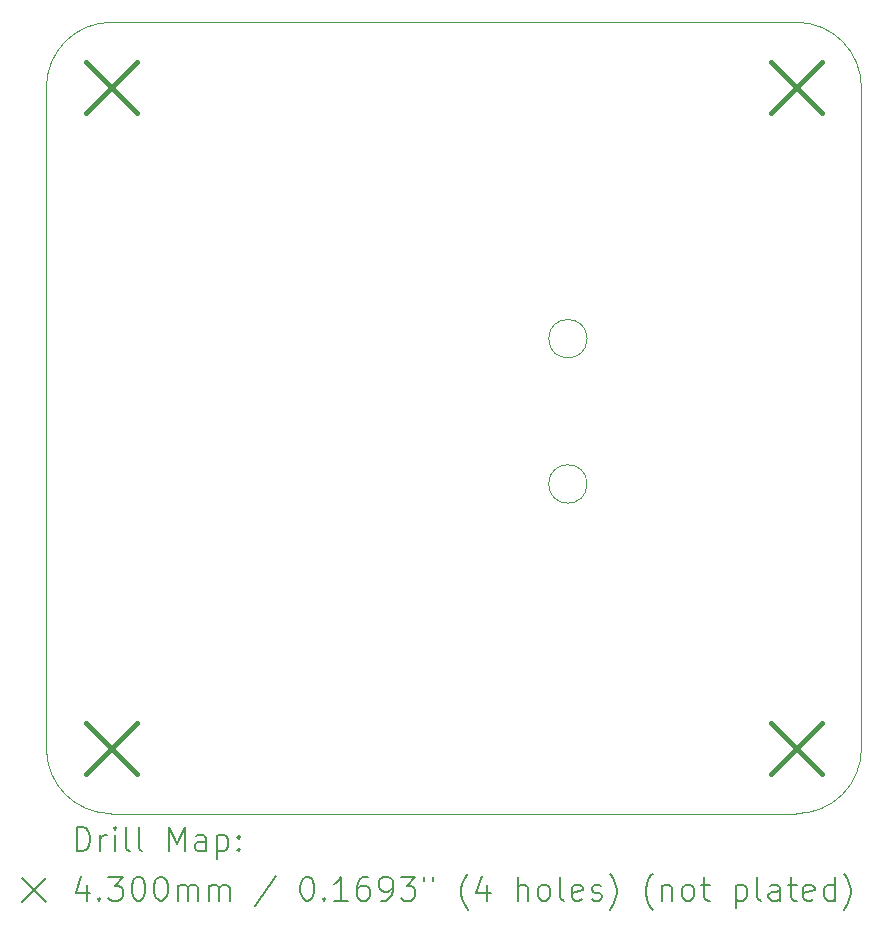
<source format=gbr>
%TF.GenerationSoftware,KiCad,Pcbnew,8.0.2-1*%
%TF.CreationDate,2025-01-08T00:28:11-08:00*%
%TF.ProjectId,rocket2-load-cell,726f636b-6574-4322-9d6c-6f61642d6365,rev?*%
%TF.SameCoordinates,Original*%
%TF.FileFunction,Drillmap*%
%TF.FilePolarity,Positive*%
%FSLAX45Y45*%
G04 Gerber Fmt 4.5, Leading zero omitted, Abs format (unit mm)*
G04 Created by KiCad (PCBNEW 8.0.2-1) date 2025-01-08 00:28:11*
%MOMM*%
%LPD*%
G01*
G04 APERTURE LIST*
%ADD10C,0.100000*%
%ADD11C,0.200000*%
%ADD12C,0.430000*%
G04 APERTURE END LIST*
D10*
X18400000Y-8200000D02*
X12600000Y-8200000D01*
X12050000Y-8750000D02*
X12050000Y-14350000D01*
X18950000Y-8750000D02*
X18950000Y-14350000D01*
X18400000Y-8200000D02*
G75*
G02*
X18950000Y-8750000I0J-550000D01*
G01*
X18950000Y-14350000D02*
G75*
G02*
X18400000Y-14900000I-550000J0D01*
G01*
X12600000Y-14900000D02*
X18400000Y-14900000D01*
X12050000Y-8750000D02*
G75*
G02*
X12600000Y-8200000I550000J0D01*
G01*
X12600000Y-14900000D02*
G75*
G02*
X12050000Y-14350000I0J550000D01*
G01*
X16627500Y-12109000D02*
G75*
G02*
X16302500Y-12109000I-162500J0D01*
G01*
X16302500Y-12109000D02*
G75*
G02*
X16627500Y-12109000I162500J0D01*
G01*
X16627500Y-10879000D02*
G75*
G02*
X16302500Y-10879000I-162500J0D01*
G01*
X16302500Y-10879000D02*
G75*
G02*
X16627500Y-10879000I162500J0D01*
G01*
D11*
D12*
X12385000Y-8535000D02*
X12815000Y-8965000D01*
X12815000Y-8535000D02*
X12385000Y-8965000D01*
X12385000Y-14135000D02*
X12815000Y-14565000D01*
X12815000Y-14135000D02*
X12385000Y-14565000D01*
X18185000Y-8535000D02*
X18615000Y-8965000D01*
X18615000Y-8535000D02*
X18185000Y-8965000D01*
X18185000Y-14135000D02*
X18615000Y-14565000D01*
X18615000Y-14135000D02*
X18185000Y-14565000D01*
D11*
X12305777Y-15216484D02*
X12305777Y-15016484D01*
X12305777Y-15016484D02*
X12353396Y-15016484D01*
X12353396Y-15016484D02*
X12381967Y-15026008D01*
X12381967Y-15026008D02*
X12401015Y-15045055D01*
X12401015Y-15045055D02*
X12410539Y-15064103D01*
X12410539Y-15064103D02*
X12420062Y-15102198D01*
X12420062Y-15102198D02*
X12420062Y-15130769D01*
X12420062Y-15130769D02*
X12410539Y-15168865D01*
X12410539Y-15168865D02*
X12401015Y-15187912D01*
X12401015Y-15187912D02*
X12381967Y-15206960D01*
X12381967Y-15206960D02*
X12353396Y-15216484D01*
X12353396Y-15216484D02*
X12305777Y-15216484D01*
X12505777Y-15216484D02*
X12505777Y-15083150D01*
X12505777Y-15121246D02*
X12515301Y-15102198D01*
X12515301Y-15102198D02*
X12524824Y-15092674D01*
X12524824Y-15092674D02*
X12543872Y-15083150D01*
X12543872Y-15083150D02*
X12562920Y-15083150D01*
X12629586Y-15216484D02*
X12629586Y-15083150D01*
X12629586Y-15016484D02*
X12620062Y-15026008D01*
X12620062Y-15026008D02*
X12629586Y-15035531D01*
X12629586Y-15035531D02*
X12639110Y-15026008D01*
X12639110Y-15026008D02*
X12629586Y-15016484D01*
X12629586Y-15016484D02*
X12629586Y-15035531D01*
X12753396Y-15216484D02*
X12734348Y-15206960D01*
X12734348Y-15206960D02*
X12724824Y-15187912D01*
X12724824Y-15187912D02*
X12724824Y-15016484D01*
X12858158Y-15216484D02*
X12839110Y-15206960D01*
X12839110Y-15206960D02*
X12829586Y-15187912D01*
X12829586Y-15187912D02*
X12829586Y-15016484D01*
X13086729Y-15216484D02*
X13086729Y-15016484D01*
X13086729Y-15016484D02*
X13153396Y-15159341D01*
X13153396Y-15159341D02*
X13220062Y-15016484D01*
X13220062Y-15016484D02*
X13220062Y-15216484D01*
X13401015Y-15216484D02*
X13401015Y-15111722D01*
X13401015Y-15111722D02*
X13391491Y-15092674D01*
X13391491Y-15092674D02*
X13372443Y-15083150D01*
X13372443Y-15083150D02*
X13334348Y-15083150D01*
X13334348Y-15083150D02*
X13315301Y-15092674D01*
X13401015Y-15206960D02*
X13381967Y-15216484D01*
X13381967Y-15216484D02*
X13334348Y-15216484D01*
X13334348Y-15216484D02*
X13315301Y-15206960D01*
X13315301Y-15206960D02*
X13305777Y-15187912D01*
X13305777Y-15187912D02*
X13305777Y-15168865D01*
X13305777Y-15168865D02*
X13315301Y-15149817D01*
X13315301Y-15149817D02*
X13334348Y-15140293D01*
X13334348Y-15140293D02*
X13381967Y-15140293D01*
X13381967Y-15140293D02*
X13401015Y-15130769D01*
X13496253Y-15083150D02*
X13496253Y-15283150D01*
X13496253Y-15092674D02*
X13515301Y-15083150D01*
X13515301Y-15083150D02*
X13553396Y-15083150D01*
X13553396Y-15083150D02*
X13572443Y-15092674D01*
X13572443Y-15092674D02*
X13581967Y-15102198D01*
X13581967Y-15102198D02*
X13591491Y-15121246D01*
X13591491Y-15121246D02*
X13591491Y-15178388D01*
X13591491Y-15178388D02*
X13581967Y-15197436D01*
X13581967Y-15197436D02*
X13572443Y-15206960D01*
X13572443Y-15206960D02*
X13553396Y-15216484D01*
X13553396Y-15216484D02*
X13515301Y-15216484D01*
X13515301Y-15216484D02*
X13496253Y-15206960D01*
X13677205Y-15197436D02*
X13686729Y-15206960D01*
X13686729Y-15206960D02*
X13677205Y-15216484D01*
X13677205Y-15216484D02*
X13667682Y-15206960D01*
X13667682Y-15206960D02*
X13677205Y-15197436D01*
X13677205Y-15197436D02*
X13677205Y-15216484D01*
X13677205Y-15092674D02*
X13686729Y-15102198D01*
X13686729Y-15102198D02*
X13677205Y-15111722D01*
X13677205Y-15111722D02*
X13667682Y-15102198D01*
X13667682Y-15102198D02*
X13677205Y-15092674D01*
X13677205Y-15092674D02*
X13677205Y-15111722D01*
X11845000Y-15445000D02*
X12045000Y-15645000D01*
X12045000Y-15445000D02*
X11845000Y-15645000D01*
X12391491Y-15503150D02*
X12391491Y-15636484D01*
X12343872Y-15426960D02*
X12296253Y-15569817D01*
X12296253Y-15569817D02*
X12420062Y-15569817D01*
X12496253Y-15617436D02*
X12505777Y-15626960D01*
X12505777Y-15626960D02*
X12496253Y-15636484D01*
X12496253Y-15636484D02*
X12486729Y-15626960D01*
X12486729Y-15626960D02*
X12496253Y-15617436D01*
X12496253Y-15617436D02*
X12496253Y-15636484D01*
X12572443Y-15436484D02*
X12696253Y-15436484D01*
X12696253Y-15436484D02*
X12629586Y-15512674D01*
X12629586Y-15512674D02*
X12658158Y-15512674D01*
X12658158Y-15512674D02*
X12677205Y-15522198D01*
X12677205Y-15522198D02*
X12686729Y-15531722D01*
X12686729Y-15531722D02*
X12696253Y-15550769D01*
X12696253Y-15550769D02*
X12696253Y-15598388D01*
X12696253Y-15598388D02*
X12686729Y-15617436D01*
X12686729Y-15617436D02*
X12677205Y-15626960D01*
X12677205Y-15626960D02*
X12658158Y-15636484D01*
X12658158Y-15636484D02*
X12601015Y-15636484D01*
X12601015Y-15636484D02*
X12581967Y-15626960D01*
X12581967Y-15626960D02*
X12572443Y-15617436D01*
X12820062Y-15436484D02*
X12839110Y-15436484D01*
X12839110Y-15436484D02*
X12858158Y-15446008D01*
X12858158Y-15446008D02*
X12867682Y-15455531D01*
X12867682Y-15455531D02*
X12877205Y-15474579D01*
X12877205Y-15474579D02*
X12886729Y-15512674D01*
X12886729Y-15512674D02*
X12886729Y-15560293D01*
X12886729Y-15560293D02*
X12877205Y-15598388D01*
X12877205Y-15598388D02*
X12867682Y-15617436D01*
X12867682Y-15617436D02*
X12858158Y-15626960D01*
X12858158Y-15626960D02*
X12839110Y-15636484D01*
X12839110Y-15636484D02*
X12820062Y-15636484D01*
X12820062Y-15636484D02*
X12801015Y-15626960D01*
X12801015Y-15626960D02*
X12791491Y-15617436D01*
X12791491Y-15617436D02*
X12781967Y-15598388D01*
X12781967Y-15598388D02*
X12772443Y-15560293D01*
X12772443Y-15560293D02*
X12772443Y-15512674D01*
X12772443Y-15512674D02*
X12781967Y-15474579D01*
X12781967Y-15474579D02*
X12791491Y-15455531D01*
X12791491Y-15455531D02*
X12801015Y-15446008D01*
X12801015Y-15446008D02*
X12820062Y-15436484D01*
X13010539Y-15436484D02*
X13029586Y-15436484D01*
X13029586Y-15436484D02*
X13048634Y-15446008D01*
X13048634Y-15446008D02*
X13058158Y-15455531D01*
X13058158Y-15455531D02*
X13067682Y-15474579D01*
X13067682Y-15474579D02*
X13077205Y-15512674D01*
X13077205Y-15512674D02*
X13077205Y-15560293D01*
X13077205Y-15560293D02*
X13067682Y-15598388D01*
X13067682Y-15598388D02*
X13058158Y-15617436D01*
X13058158Y-15617436D02*
X13048634Y-15626960D01*
X13048634Y-15626960D02*
X13029586Y-15636484D01*
X13029586Y-15636484D02*
X13010539Y-15636484D01*
X13010539Y-15636484D02*
X12991491Y-15626960D01*
X12991491Y-15626960D02*
X12981967Y-15617436D01*
X12981967Y-15617436D02*
X12972443Y-15598388D01*
X12972443Y-15598388D02*
X12962920Y-15560293D01*
X12962920Y-15560293D02*
X12962920Y-15512674D01*
X12962920Y-15512674D02*
X12972443Y-15474579D01*
X12972443Y-15474579D02*
X12981967Y-15455531D01*
X12981967Y-15455531D02*
X12991491Y-15446008D01*
X12991491Y-15446008D02*
X13010539Y-15436484D01*
X13162920Y-15636484D02*
X13162920Y-15503150D01*
X13162920Y-15522198D02*
X13172443Y-15512674D01*
X13172443Y-15512674D02*
X13191491Y-15503150D01*
X13191491Y-15503150D02*
X13220063Y-15503150D01*
X13220063Y-15503150D02*
X13239110Y-15512674D01*
X13239110Y-15512674D02*
X13248634Y-15531722D01*
X13248634Y-15531722D02*
X13248634Y-15636484D01*
X13248634Y-15531722D02*
X13258158Y-15512674D01*
X13258158Y-15512674D02*
X13277205Y-15503150D01*
X13277205Y-15503150D02*
X13305777Y-15503150D01*
X13305777Y-15503150D02*
X13324824Y-15512674D01*
X13324824Y-15512674D02*
X13334348Y-15531722D01*
X13334348Y-15531722D02*
X13334348Y-15636484D01*
X13429586Y-15636484D02*
X13429586Y-15503150D01*
X13429586Y-15522198D02*
X13439110Y-15512674D01*
X13439110Y-15512674D02*
X13458158Y-15503150D01*
X13458158Y-15503150D02*
X13486729Y-15503150D01*
X13486729Y-15503150D02*
X13505777Y-15512674D01*
X13505777Y-15512674D02*
X13515301Y-15531722D01*
X13515301Y-15531722D02*
X13515301Y-15636484D01*
X13515301Y-15531722D02*
X13524824Y-15512674D01*
X13524824Y-15512674D02*
X13543872Y-15503150D01*
X13543872Y-15503150D02*
X13572443Y-15503150D01*
X13572443Y-15503150D02*
X13591491Y-15512674D01*
X13591491Y-15512674D02*
X13601015Y-15531722D01*
X13601015Y-15531722D02*
X13601015Y-15636484D01*
X13991491Y-15426960D02*
X13820063Y-15684103D01*
X14248634Y-15436484D02*
X14267682Y-15436484D01*
X14267682Y-15436484D02*
X14286729Y-15446008D01*
X14286729Y-15446008D02*
X14296253Y-15455531D01*
X14296253Y-15455531D02*
X14305777Y-15474579D01*
X14305777Y-15474579D02*
X14315301Y-15512674D01*
X14315301Y-15512674D02*
X14315301Y-15560293D01*
X14315301Y-15560293D02*
X14305777Y-15598388D01*
X14305777Y-15598388D02*
X14296253Y-15617436D01*
X14296253Y-15617436D02*
X14286729Y-15626960D01*
X14286729Y-15626960D02*
X14267682Y-15636484D01*
X14267682Y-15636484D02*
X14248634Y-15636484D01*
X14248634Y-15636484D02*
X14229586Y-15626960D01*
X14229586Y-15626960D02*
X14220063Y-15617436D01*
X14220063Y-15617436D02*
X14210539Y-15598388D01*
X14210539Y-15598388D02*
X14201015Y-15560293D01*
X14201015Y-15560293D02*
X14201015Y-15512674D01*
X14201015Y-15512674D02*
X14210539Y-15474579D01*
X14210539Y-15474579D02*
X14220063Y-15455531D01*
X14220063Y-15455531D02*
X14229586Y-15446008D01*
X14229586Y-15446008D02*
X14248634Y-15436484D01*
X14401015Y-15617436D02*
X14410539Y-15626960D01*
X14410539Y-15626960D02*
X14401015Y-15636484D01*
X14401015Y-15636484D02*
X14391491Y-15626960D01*
X14391491Y-15626960D02*
X14401015Y-15617436D01*
X14401015Y-15617436D02*
X14401015Y-15636484D01*
X14601015Y-15636484D02*
X14486729Y-15636484D01*
X14543872Y-15636484D02*
X14543872Y-15436484D01*
X14543872Y-15436484D02*
X14524825Y-15465055D01*
X14524825Y-15465055D02*
X14505777Y-15484103D01*
X14505777Y-15484103D02*
X14486729Y-15493627D01*
X14772444Y-15436484D02*
X14734348Y-15436484D01*
X14734348Y-15436484D02*
X14715301Y-15446008D01*
X14715301Y-15446008D02*
X14705777Y-15455531D01*
X14705777Y-15455531D02*
X14686729Y-15484103D01*
X14686729Y-15484103D02*
X14677206Y-15522198D01*
X14677206Y-15522198D02*
X14677206Y-15598388D01*
X14677206Y-15598388D02*
X14686729Y-15617436D01*
X14686729Y-15617436D02*
X14696253Y-15626960D01*
X14696253Y-15626960D02*
X14715301Y-15636484D01*
X14715301Y-15636484D02*
X14753396Y-15636484D01*
X14753396Y-15636484D02*
X14772444Y-15626960D01*
X14772444Y-15626960D02*
X14781967Y-15617436D01*
X14781967Y-15617436D02*
X14791491Y-15598388D01*
X14791491Y-15598388D02*
X14791491Y-15550769D01*
X14791491Y-15550769D02*
X14781967Y-15531722D01*
X14781967Y-15531722D02*
X14772444Y-15522198D01*
X14772444Y-15522198D02*
X14753396Y-15512674D01*
X14753396Y-15512674D02*
X14715301Y-15512674D01*
X14715301Y-15512674D02*
X14696253Y-15522198D01*
X14696253Y-15522198D02*
X14686729Y-15531722D01*
X14686729Y-15531722D02*
X14677206Y-15550769D01*
X14886729Y-15636484D02*
X14924825Y-15636484D01*
X14924825Y-15636484D02*
X14943872Y-15626960D01*
X14943872Y-15626960D02*
X14953396Y-15617436D01*
X14953396Y-15617436D02*
X14972444Y-15588865D01*
X14972444Y-15588865D02*
X14981967Y-15550769D01*
X14981967Y-15550769D02*
X14981967Y-15474579D01*
X14981967Y-15474579D02*
X14972444Y-15455531D01*
X14972444Y-15455531D02*
X14962920Y-15446008D01*
X14962920Y-15446008D02*
X14943872Y-15436484D01*
X14943872Y-15436484D02*
X14905777Y-15436484D01*
X14905777Y-15436484D02*
X14886729Y-15446008D01*
X14886729Y-15446008D02*
X14877206Y-15455531D01*
X14877206Y-15455531D02*
X14867682Y-15474579D01*
X14867682Y-15474579D02*
X14867682Y-15522198D01*
X14867682Y-15522198D02*
X14877206Y-15541246D01*
X14877206Y-15541246D02*
X14886729Y-15550769D01*
X14886729Y-15550769D02*
X14905777Y-15560293D01*
X14905777Y-15560293D02*
X14943872Y-15560293D01*
X14943872Y-15560293D02*
X14962920Y-15550769D01*
X14962920Y-15550769D02*
X14972444Y-15541246D01*
X14972444Y-15541246D02*
X14981967Y-15522198D01*
X15048634Y-15436484D02*
X15172444Y-15436484D01*
X15172444Y-15436484D02*
X15105777Y-15512674D01*
X15105777Y-15512674D02*
X15134348Y-15512674D01*
X15134348Y-15512674D02*
X15153396Y-15522198D01*
X15153396Y-15522198D02*
X15162920Y-15531722D01*
X15162920Y-15531722D02*
X15172444Y-15550769D01*
X15172444Y-15550769D02*
X15172444Y-15598388D01*
X15172444Y-15598388D02*
X15162920Y-15617436D01*
X15162920Y-15617436D02*
X15153396Y-15626960D01*
X15153396Y-15626960D02*
X15134348Y-15636484D01*
X15134348Y-15636484D02*
X15077206Y-15636484D01*
X15077206Y-15636484D02*
X15058158Y-15626960D01*
X15058158Y-15626960D02*
X15048634Y-15617436D01*
X15248634Y-15436484D02*
X15248634Y-15474579D01*
X15324825Y-15436484D02*
X15324825Y-15474579D01*
X15620063Y-15712674D02*
X15610539Y-15703150D01*
X15610539Y-15703150D02*
X15591491Y-15674579D01*
X15591491Y-15674579D02*
X15581968Y-15655531D01*
X15581968Y-15655531D02*
X15572444Y-15626960D01*
X15572444Y-15626960D02*
X15562920Y-15579341D01*
X15562920Y-15579341D02*
X15562920Y-15541246D01*
X15562920Y-15541246D02*
X15572444Y-15493627D01*
X15572444Y-15493627D02*
X15581968Y-15465055D01*
X15581968Y-15465055D02*
X15591491Y-15446008D01*
X15591491Y-15446008D02*
X15610539Y-15417436D01*
X15610539Y-15417436D02*
X15620063Y-15407912D01*
X15781968Y-15503150D02*
X15781968Y-15636484D01*
X15734348Y-15426960D02*
X15686729Y-15569817D01*
X15686729Y-15569817D02*
X15810539Y-15569817D01*
X16039110Y-15636484D02*
X16039110Y-15436484D01*
X16124825Y-15636484D02*
X16124825Y-15531722D01*
X16124825Y-15531722D02*
X16115301Y-15512674D01*
X16115301Y-15512674D02*
X16096253Y-15503150D01*
X16096253Y-15503150D02*
X16067682Y-15503150D01*
X16067682Y-15503150D02*
X16048634Y-15512674D01*
X16048634Y-15512674D02*
X16039110Y-15522198D01*
X16248634Y-15636484D02*
X16229587Y-15626960D01*
X16229587Y-15626960D02*
X16220063Y-15617436D01*
X16220063Y-15617436D02*
X16210539Y-15598388D01*
X16210539Y-15598388D02*
X16210539Y-15541246D01*
X16210539Y-15541246D02*
X16220063Y-15522198D01*
X16220063Y-15522198D02*
X16229587Y-15512674D01*
X16229587Y-15512674D02*
X16248634Y-15503150D01*
X16248634Y-15503150D02*
X16277206Y-15503150D01*
X16277206Y-15503150D02*
X16296253Y-15512674D01*
X16296253Y-15512674D02*
X16305777Y-15522198D01*
X16305777Y-15522198D02*
X16315301Y-15541246D01*
X16315301Y-15541246D02*
X16315301Y-15598388D01*
X16315301Y-15598388D02*
X16305777Y-15617436D01*
X16305777Y-15617436D02*
X16296253Y-15626960D01*
X16296253Y-15626960D02*
X16277206Y-15636484D01*
X16277206Y-15636484D02*
X16248634Y-15636484D01*
X16429587Y-15636484D02*
X16410539Y-15626960D01*
X16410539Y-15626960D02*
X16401015Y-15607912D01*
X16401015Y-15607912D02*
X16401015Y-15436484D01*
X16581968Y-15626960D02*
X16562920Y-15636484D01*
X16562920Y-15636484D02*
X16524825Y-15636484D01*
X16524825Y-15636484D02*
X16505777Y-15626960D01*
X16505777Y-15626960D02*
X16496253Y-15607912D01*
X16496253Y-15607912D02*
X16496253Y-15531722D01*
X16496253Y-15531722D02*
X16505777Y-15512674D01*
X16505777Y-15512674D02*
X16524825Y-15503150D01*
X16524825Y-15503150D02*
X16562920Y-15503150D01*
X16562920Y-15503150D02*
X16581968Y-15512674D01*
X16581968Y-15512674D02*
X16591491Y-15531722D01*
X16591491Y-15531722D02*
X16591491Y-15550769D01*
X16591491Y-15550769D02*
X16496253Y-15569817D01*
X16667682Y-15626960D02*
X16686730Y-15636484D01*
X16686730Y-15636484D02*
X16724825Y-15636484D01*
X16724825Y-15636484D02*
X16743872Y-15626960D01*
X16743872Y-15626960D02*
X16753396Y-15607912D01*
X16753396Y-15607912D02*
X16753396Y-15598388D01*
X16753396Y-15598388D02*
X16743872Y-15579341D01*
X16743872Y-15579341D02*
X16724825Y-15569817D01*
X16724825Y-15569817D02*
X16696253Y-15569817D01*
X16696253Y-15569817D02*
X16677206Y-15560293D01*
X16677206Y-15560293D02*
X16667682Y-15541246D01*
X16667682Y-15541246D02*
X16667682Y-15531722D01*
X16667682Y-15531722D02*
X16677206Y-15512674D01*
X16677206Y-15512674D02*
X16696253Y-15503150D01*
X16696253Y-15503150D02*
X16724825Y-15503150D01*
X16724825Y-15503150D02*
X16743872Y-15512674D01*
X16820063Y-15712674D02*
X16829587Y-15703150D01*
X16829587Y-15703150D02*
X16848634Y-15674579D01*
X16848634Y-15674579D02*
X16858158Y-15655531D01*
X16858158Y-15655531D02*
X16867682Y-15626960D01*
X16867682Y-15626960D02*
X16877206Y-15579341D01*
X16877206Y-15579341D02*
X16877206Y-15541246D01*
X16877206Y-15541246D02*
X16867682Y-15493627D01*
X16867682Y-15493627D02*
X16858158Y-15465055D01*
X16858158Y-15465055D02*
X16848634Y-15446008D01*
X16848634Y-15446008D02*
X16829587Y-15417436D01*
X16829587Y-15417436D02*
X16820063Y-15407912D01*
X17181968Y-15712674D02*
X17172444Y-15703150D01*
X17172444Y-15703150D02*
X17153396Y-15674579D01*
X17153396Y-15674579D02*
X17143873Y-15655531D01*
X17143873Y-15655531D02*
X17134349Y-15626960D01*
X17134349Y-15626960D02*
X17124825Y-15579341D01*
X17124825Y-15579341D02*
X17124825Y-15541246D01*
X17124825Y-15541246D02*
X17134349Y-15493627D01*
X17134349Y-15493627D02*
X17143873Y-15465055D01*
X17143873Y-15465055D02*
X17153396Y-15446008D01*
X17153396Y-15446008D02*
X17172444Y-15417436D01*
X17172444Y-15417436D02*
X17181968Y-15407912D01*
X17258158Y-15503150D02*
X17258158Y-15636484D01*
X17258158Y-15522198D02*
X17267682Y-15512674D01*
X17267682Y-15512674D02*
X17286730Y-15503150D01*
X17286730Y-15503150D02*
X17315301Y-15503150D01*
X17315301Y-15503150D02*
X17334349Y-15512674D01*
X17334349Y-15512674D02*
X17343873Y-15531722D01*
X17343873Y-15531722D02*
X17343873Y-15636484D01*
X17467682Y-15636484D02*
X17448634Y-15626960D01*
X17448634Y-15626960D02*
X17439111Y-15617436D01*
X17439111Y-15617436D02*
X17429587Y-15598388D01*
X17429587Y-15598388D02*
X17429587Y-15541246D01*
X17429587Y-15541246D02*
X17439111Y-15522198D01*
X17439111Y-15522198D02*
X17448634Y-15512674D01*
X17448634Y-15512674D02*
X17467682Y-15503150D01*
X17467682Y-15503150D02*
X17496254Y-15503150D01*
X17496254Y-15503150D02*
X17515301Y-15512674D01*
X17515301Y-15512674D02*
X17524825Y-15522198D01*
X17524825Y-15522198D02*
X17534349Y-15541246D01*
X17534349Y-15541246D02*
X17534349Y-15598388D01*
X17534349Y-15598388D02*
X17524825Y-15617436D01*
X17524825Y-15617436D02*
X17515301Y-15626960D01*
X17515301Y-15626960D02*
X17496254Y-15636484D01*
X17496254Y-15636484D02*
X17467682Y-15636484D01*
X17591492Y-15503150D02*
X17667682Y-15503150D01*
X17620063Y-15436484D02*
X17620063Y-15607912D01*
X17620063Y-15607912D02*
X17629587Y-15626960D01*
X17629587Y-15626960D02*
X17648634Y-15636484D01*
X17648634Y-15636484D02*
X17667682Y-15636484D01*
X17886730Y-15503150D02*
X17886730Y-15703150D01*
X17886730Y-15512674D02*
X17905777Y-15503150D01*
X17905777Y-15503150D02*
X17943873Y-15503150D01*
X17943873Y-15503150D02*
X17962920Y-15512674D01*
X17962920Y-15512674D02*
X17972444Y-15522198D01*
X17972444Y-15522198D02*
X17981968Y-15541246D01*
X17981968Y-15541246D02*
X17981968Y-15598388D01*
X17981968Y-15598388D02*
X17972444Y-15617436D01*
X17972444Y-15617436D02*
X17962920Y-15626960D01*
X17962920Y-15626960D02*
X17943873Y-15636484D01*
X17943873Y-15636484D02*
X17905777Y-15636484D01*
X17905777Y-15636484D02*
X17886730Y-15626960D01*
X18096254Y-15636484D02*
X18077206Y-15626960D01*
X18077206Y-15626960D02*
X18067682Y-15607912D01*
X18067682Y-15607912D02*
X18067682Y-15436484D01*
X18258158Y-15636484D02*
X18258158Y-15531722D01*
X18258158Y-15531722D02*
X18248635Y-15512674D01*
X18248635Y-15512674D02*
X18229587Y-15503150D01*
X18229587Y-15503150D02*
X18191492Y-15503150D01*
X18191492Y-15503150D02*
X18172444Y-15512674D01*
X18258158Y-15626960D02*
X18239111Y-15636484D01*
X18239111Y-15636484D02*
X18191492Y-15636484D01*
X18191492Y-15636484D02*
X18172444Y-15626960D01*
X18172444Y-15626960D02*
X18162920Y-15607912D01*
X18162920Y-15607912D02*
X18162920Y-15588865D01*
X18162920Y-15588865D02*
X18172444Y-15569817D01*
X18172444Y-15569817D02*
X18191492Y-15560293D01*
X18191492Y-15560293D02*
X18239111Y-15560293D01*
X18239111Y-15560293D02*
X18258158Y-15550769D01*
X18324825Y-15503150D02*
X18401015Y-15503150D01*
X18353396Y-15436484D02*
X18353396Y-15607912D01*
X18353396Y-15607912D02*
X18362920Y-15626960D01*
X18362920Y-15626960D02*
X18381968Y-15636484D01*
X18381968Y-15636484D02*
X18401015Y-15636484D01*
X18543873Y-15626960D02*
X18524825Y-15636484D01*
X18524825Y-15636484D02*
X18486730Y-15636484D01*
X18486730Y-15636484D02*
X18467682Y-15626960D01*
X18467682Y-15626960D02*
X18458158Y-15607912D01*
X18458158Y-15607912D02*
X18458158Y-15531722D01*
X18458158Y-15531722D02*
X18467682Y-15512674D01*
X18467682Y-15512674D02*
X18486730Y-15503150D01*
X18486730Y-15503150D02*
X18524825Y-15503150D01*
X18524825Y-15503150D02*
X18543873Y-15512674D01*
X18543873Y-15512674D02*
X18553396Y-15531722D01*
X18553396Y-15531722D02*
X18553396Y-15550769D01*
X18553396Y-15550769D02*
X18458158Y-15569817D01*
X18724825Y-15636484D02*
X18724825Y-15436484D01*
X18724825Y-15626960D02*
X18705777Y-15636484D01*
X18705777Y-15636484D02*
X18667682Y-15636484D01*
X18667682Y-15636484D02*
X18648635Y-15626960D01*
X18648635Y-15626960D02*
X18639111Y-15617436D01*
X18639111Y-15617436D02*
X18629587Y-15598388D01*
X18629587Y-15598388D02*
X18629587Y-15541246D01*
X18629587Y-15541246D02*
X18639111Y-15522198D01*
X18639111Y-15522198D02*
X18648635Y-15512674D01*
X18648635Y-15512674D02*
X18667682Y-15503150D01*
X18667682Y-15503150D02*
X18705777Y-15503150D01*
X18705777Y-15503150D02*
X18724825Y-15512674D01*
X18801016Y-15712674D02*
X18810539Y-15703150D01*
X18810539Y-15703150D02*
X18829587Y-15674579D01*
X18829587Y-15674579D02*
X18839111Y-15655531D01*
X18839111Y-15655531D02*
X18848635Y-15626960D01*
X18848635Y-15626960D02*
X18858158Y-15579341D01*
X18858158Y-15579341D02*
X18858158Y-15541246D01*
X18858158Y-15541246D02*
X18848635Y-15493627D01*
X18848635Y-15493627D02*
X18839111Y-15465055D01*
X18839111Y-15465055D02*
X18829587Y-15446008D01*
X18829587Y-15446008D02*
X18810539Y-15417436D01*
X18810539Y-15417436D02*
X18801016Y-15407912D01*
M02*

</source>
